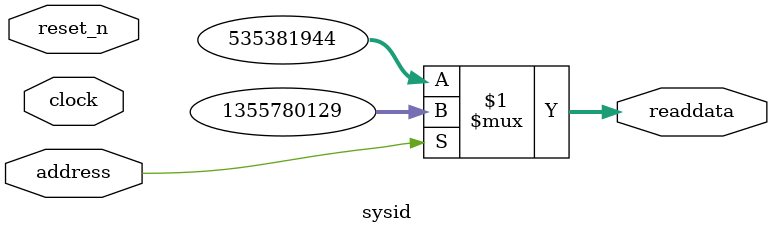
<source format=v>

`timescale 1ns / 1ps
// synthesis translate_on

// turn off superfluous verilog processor warnings 
// altera message_level Level1 
// altera message_off 10034 10035 10036 10037 10230 10240 10030 

module sysid (
               // inputs:
                address,
                clock,
                reset_n,

               // outputs:
                readdata
             )
;

  output  [ 31: 0] readdata;
  input            address;
  input            clock;
  input            reset_n;

  wire    [ 31: 0] readdata;
  //control_slave, which is an e_avalon_slave
  assign readdata = address ? 1355780129 : 535381944;

endmodule


</source>
